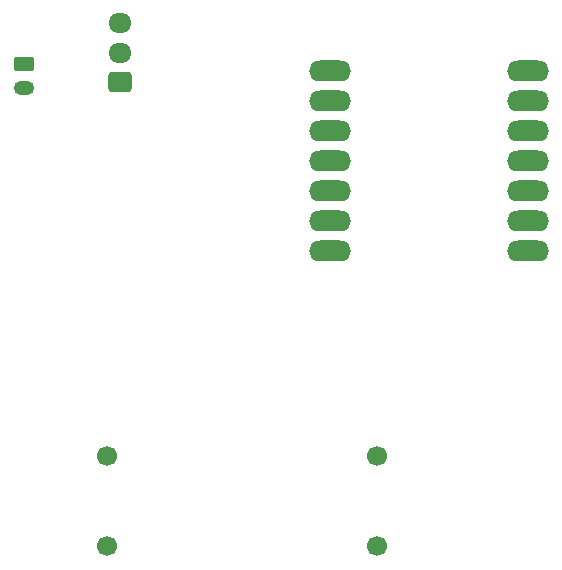
<source format=gbs>
%TF.GenerationSoftware,KiCad,Pcbnew,8.0.8*%
%TF.CreationDate,2025-02-12T14:25:56-08:00*%
%TF.ProjectId,jazmyn_hwsw,6a617a6d-796e-45f6-9877-73772e6b6963,rev?*%
%TF.SameCoordinates,Original*%
%TF.FileFunction,Soldermask,Bot*%
%TF.FilePolarity,Negative*%
%FSLAX46Y46*%
G04 Gerber Fmt 4.6, Leading zero omitted, Abs format (unit mm)*
G04 Created by KiCad (PCBNEW 8.0.8) date 2025-02-12 14:25:56*
%MOMM*%
%LPD*%
G01*
G04 APERTURE LIST*
G04 Aperture macros list*
%AMRoundRect*
0 Rectangle with rounded corners*
0 $1 Rounding radius*
0 $2 $3 $4 $5 $6 $7 $8 $9 X,Y pos of 4 corners*
0 Add a 4 corners polygon primitive as box body*
4,1,4,$2,$3,$4,$5,$6,$7,$8,$9,$2,$3,0*
0 Add four circle primitives for the rounded corners*
1,1,$1+$1,$2,$3*
1,1,$1+$1,$4,$5*
1,1,$1+$1,$6,$7*
1,1,$1+$1,$8,$9*
0 Add four rect primitives between the rounded corners*
20,1,$1+$1,$2,$3,$4,$5,0*
20,1,$1+$1,$4,$5,$6,$7,0*
20,1,$1+$1,$6,$7,$8,$9,0*
20,1,$1+$1,$8,$9,$2,$3,0*%
G04 Aperture macros list end*
%ADD10RoundRect,0.250000X0.725000X-0.600000X0.725000X0.600000X-0.725000X0.600000X-0.725000X-0.600000X0*%
%ADD11O,1.950000X1.700000*%
%ADD12RoundRect,0.250000X-0.625000X0.350000X-0.625000X-0.350000X0.625000X-0.350000X0.625000X0.350000X0*%
%ADD13O,1.750000X1.200000*%
%ADD14O,3.556000X1.778000*%
%ADD15C,1.700000*%
G04 APERTURE END LIST*
D10*
%TO.C,SW1*%
X87200000Y-74500000D03*
D11*
X87200000Y-72000000D03*
X87200000Y-69500000D03*
%TD*%
D12*
%TO.C,BT1*%
X79050000Y-73000000D03*
D13*
X79050000Y-75000000D03*
%TD*%
D14*
%TO.C,U1*%
X121762000Y-73550000D03*
X121762000Y-76090000D03*
X121762000Y-78630000D03*
X121762000Y-81170000D03*
X121762000Y-83710000D03*
X121762000Y-86250000D03*
X121762000Y-88790000D03*
X104998000Y-73550000D03*
X104998000Y-76090000D03*
X104998000Y-78630000D03*
X104998000Y-81170000D03*
X104998000Y-83710000D03*
X104998000Y-86250000D03*
X104998000Y-88790000D03*
%TD*%
D15*
%TO.C,M1*%
X86070000Y-106190000D03*
X86070000Y-113810000D03*
X108930000Y-113810000D03*
X108930000Y-106190000D03*
%TD*%
M02*

</source>
